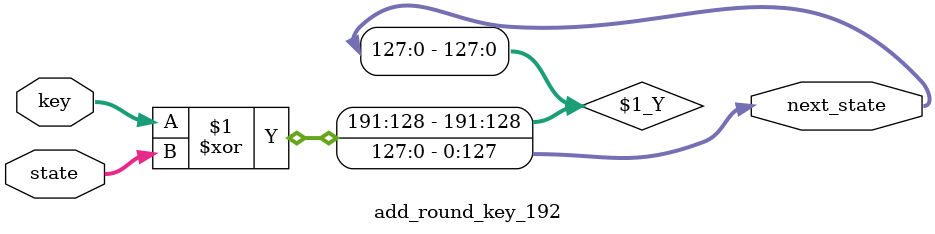
<source format=v>
module add_round_key_192(state,key,next_state);
    input [0:191] key;
    input [0:127] state;
    output [0:127] next_state;
    assign next_state =key^state;
endmodule

</source>
